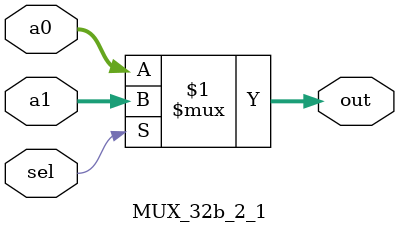
<source format=v>
`timescale 1ns / 1ps

module MUX_32b_2_1 (
    input [31:0] a0, 
    input [31:0] a1, 
    input sel, 
    output [31:0] out
);
    
    assign out = (sel) ? a1 : a0;

endmodule
</source>
